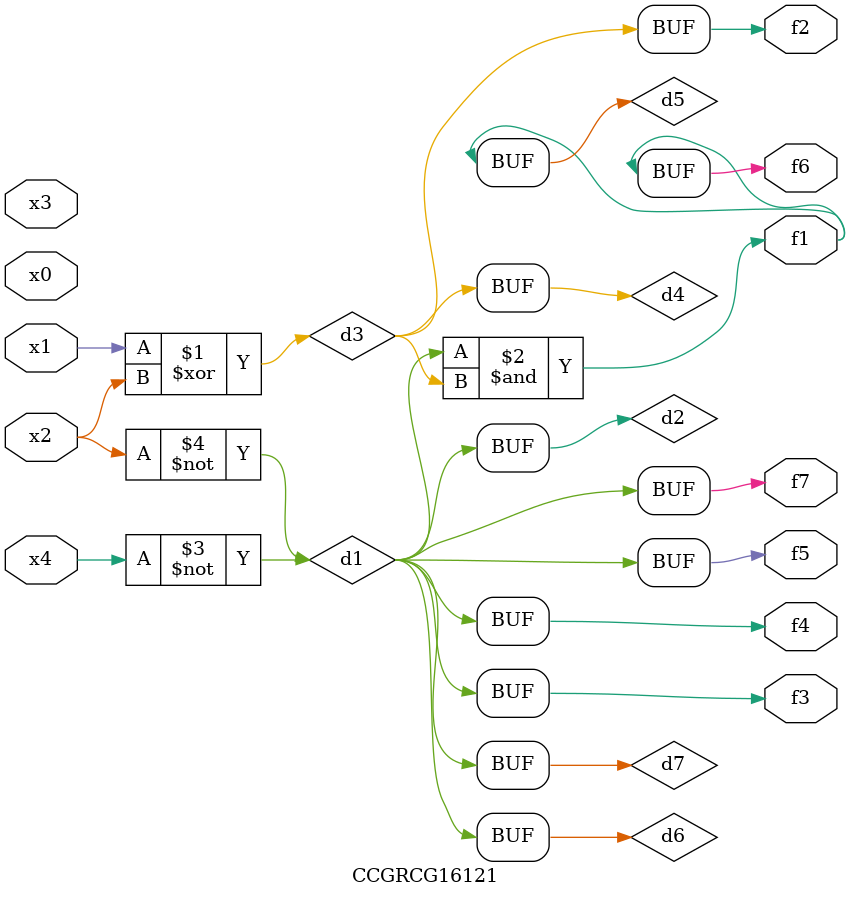
<source format=v>
module CCGRCG16121(
	input x0, x1, x2, x3, x4,
	output f1, f2, f3, f4, f5, f6, f7
);

	wire d1, d2, d3, d4, d5, d6, d7;

	not (d1, x4);
	not (d2, x2);
	xor (d3, x1, x2);
	buf (d4, d3);
	and (d5, d1, d3);
	buf (d6, d1, d2);
	buf (d7, d2);
	assign f1 = d5;
	assign f2 = d4;
	assign f3 = d7;
	assign f4 = d7;
	assign f5 = d7;
	assign f6 = d5;
	assign f7 = d7;
endmodule

</source>
